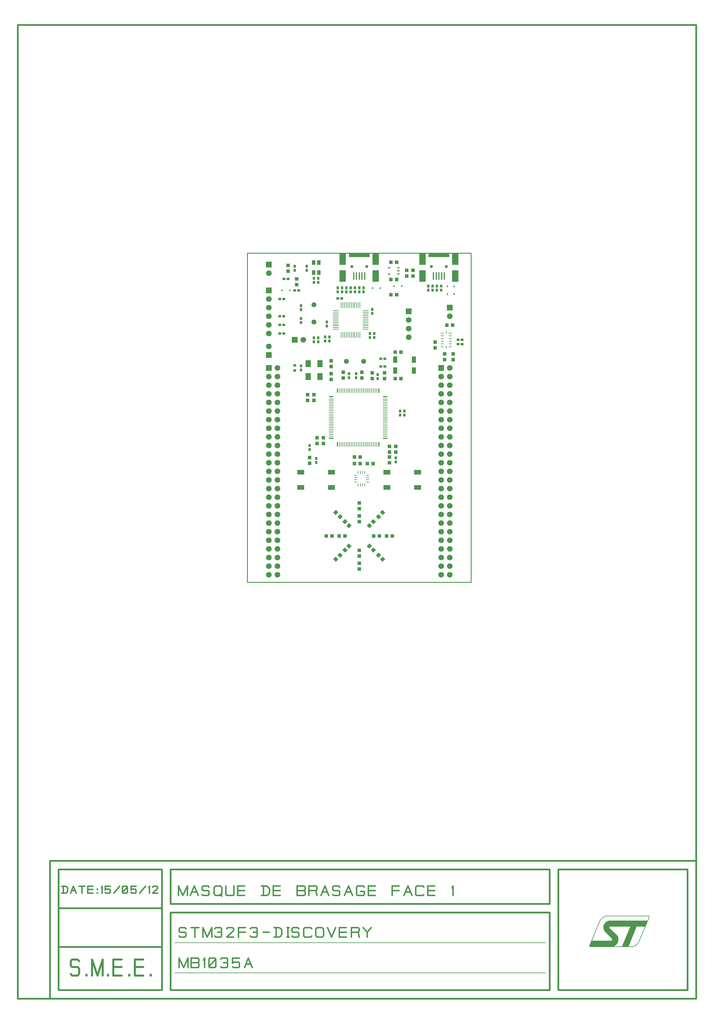
<source format=gbr>
G70*
%FSLAX55Y55*%
%ADD11C,0.01000*%
%ADD12C,0.00800*%
%ADD13C,0.02000*%
%ADD14R,0.04331X0.03937*%
%ADD15R,0.04724X0.07480*%
%ADD16R,0.02606X0.03306*%
%ADD17R,0.01969X0.01378*%
%ADD18O,0.06706X0.00619*%
%ADD19O,0.06706X0.00606*%
%ADD20O,0.00619X0.06706*%
%ADD21O,0.00606X0.06706*%
%ADD22R,0.06606X0.06606*%
%ADD23C,0.06606*%
%ADD24R,0.03937X0.04331*%
%ADD25R,0.03306X0.02606*%
%ADD26C,0.05806*%
%ADD27R,0.06606X0.06606*%
%ADD28R,0.05906X0.08268*%
%ADD29O,0.03346X0.00787*%
%ADD30O,0.00787X0.03346*%
%ADD31O,0.01206X0.05606*%
%ADD32O,0.00406X0.05606*%
%ADD33O,0.05606X0.01206*%
%ADD34O,0.05606X0.00406*%
%ADD35R,0.02606X0.01206*%
%ADD36R,0.01606X0.08661*%
%ADD37R,0.07480X0.13386*%
%ADD38R,0.24016X0.04331*%
%ADD39C,0.03543*%
%ADD40R,0.01378X0.01969*%
%ADD41R,0.08110X0.05591*%
%AMUSER42*
21, 1, 0.04331, 0.03937, 0.0, 0.0, 225.000*%
%ADD42USER42*%
%AMUSER43*
21, 1, 0.04331, 0.03937, 0.0, 0.0, 135.000*%
%ADD43USER43*%
%ADD44R,0.03606X0.03106*%
%ADD45R,0.03937X0.05512*%
%ADD46C,0.01500*%
%ADD47C,0.02480*%
%ADD48C,0.01575*%
D11*
X285882Y503057D02*
X545725Y503057D01*
X545725Y884947*
X285882Y884947*
X285882Y503057*
D12*
G36*
X685804Y86797D02*
X708758Y86807D01*
X709804Y88897*
X700804Y97897*
X699604Y100597*
X699604Y103897*
X699904Y105097*
X701104Y107197*
X702304Y108397*
X703804Y109297*
X705604Y109897*
X707704Y110197*
X750304Y110197*
X747904Y103897*
X747604Y103597*
X737704Y103597*
X728104Y80797*
X721204Y80797*
X730504Y102697*
X730504Y103597*
X706804Y103597*
X706204Y103297*
X705904Y102697*
X705904Y101797*
X706204Y101497*
X714904Y93097*
X715804Y91597*
X716104Y90097*
X716404Y89797*
X716404Y87097*
G75*
G02X711604Y80797I-08949J01839*
G01X683404Y80797*
X683404Y81397*
X685504Y86497*
X685804Y86797*
G37*
X708758Y86807*
X709804Y88897*
X700804Y97897*
X699604Y100597*
X699604Y103897*
X699904Y105097*
X701104Y107197*
X702304Y108397*
X703804Y109297*
X705604Y109897*
X707704Y110197*
X750304Y110197*
X747904Y103897*
X747604Y103597*
X737704Y103597*
X728104Y80797*
X721204Y80797*
X730504Y102697*
X730504Y103597*
X706804Y103597*
X706204Y103297*
X705904Y102697*
X705904Y101797*
X706204Y101497*
X714904Y93097*
X715804Y91597*
X716104Y90097*
X716404Y89797*
X716404Y87097*
G75*
G02X711604Y80797I-08949J01839*
G01X683404Y80797*
X683404Y81397*
X685504Y86497*
X685804Y86797*
X202051Y49689D02*
X632051Y49689D01*
D13*
X197051Y129689D02*
X637051Y129689D01*
X67050Y29689D02*
X187051Y29689D01*
D12*
X202051Y84689D02*
X632051Y84689D01*
D13*
X197051Y119689D02*
X637051Y119689D01*
D12*
X684004Y80197D02*
X683404Y80797D01*
X683404Y81397*
X695404Y110497*
G75*
G02X702004Y115597I08543J-04235*
G01X751804Y115597*
X752104Y115297*
X752104Y114097*
X740104Y85297*
G75*
G02X733504Y80197I-08825J04600*
G01X684004Y80197*
D13*
X637051Y129689D02*
X637051Y169689D01*
X57051Y179689D02*
X807051Y179689D01*
X67050Y124689D02*
X187051Y124689D01*
X67050Y169689D02*
X187051Y169689D01*
X197051Y169689D02*
X637051Y169689D01*
X197051Y29689D02*
X197051Y119689D01*
X197051Y129689D02*
X197051Y169689D01*
X67050Y29689D02*
X67050Y169689D01*
X637051Y29689D02*
X637051Y119689D01*
X647051Y169689D02*
X797051Y169689D01*
X647051Y29689D02*
X797051Y29689D01*
X19649Y19689D02*
X19649Y1149611D01*
X19649Y19689D02*
X807051Y19689D01*
X57051Y19689D02*
X57051Y179689D01*
X187051Y29689D02*
X187051Y169689D01*
X647051Y29689D02*
X647051Y169689D01*
X797051Y29689D02*
X797051Y169689D01*
X67050Y79689D02*
X187051Y79689D01*
X807051Y19689D02*
X807051Y1149611D01*
X197051Y29689D02*
X637051Y29689D01*
X19649Y1149611D02*
X807051Y1149611D01*
D14*
X514804Y761451D03*
X514804Y768144D03*
D15*
X457477Y748648D03*
X479130Y748648D03*
X479130Y761246D03*
X457477Y761246D03*
D16*
X395804Y844809D03*
X395804Y840085D03*
X348304Y809159D03*
X348304Y804435D03*
D14*
X524804Y761451D03*
X524804Y768144D03*
D17*
X326304Y841797D03*
X335304Y841797D03*
D18*
X388481Y818274D03*
D19*
X388481Y816305D03*
X388481Y814337D03*
X388481Y812368D03*
X388481Y810400D03*
X388481Y808431D03*
X388481Y806463D03*
X388481Y804494D03*
X388481Y802526D03*
X388481Y800557D03*
X388481Y798589D03*
D18*
X388481Y796620D03*
D20*
X394977Y790124D03*
D21*
X396945Y790124D03*
X398914Y790124D03*
X400882Y790124D03*
X402851Y790124D03*
X404819Y790124D03*
X406788Y790124D03*
X408756Y790124D03*
X410725Y790124D03*
X412693Y790124D03*
X414662Y790124D03*
D20*
X416630Y790124D03*
D18*
X423126Y796620D03*
D19*
X423126Y798589D03*
X423126Y800557D03*
X423126Y802526D03*
X423126Y804494D03*
X423126Y806463D03*
X423126Y808431D03*
X423126Y810400D03*
X423126Y812368D03*
X423126Y814337D03*
X423126Y816305D03*
D18*
X423127Y818274D03*
D20*
X416630Y824770D03*
D21*
X414662Y824770D03*
X412693Y824770D03*
X410725Y824770D03*
X408756Y824770D03*
X406788Y824770D03*
X404819Y824770D03*
X402851Y824770D03*
X400882Y824770D03*
X398914Y824770D03*
X396945Y824770D03*
D20*
X394977Y824770D03*
D22*
X310804Y841797D03*
D23*
X310804Y831797D03*
X310804Y821797D03*
X310804Y811797D03*
X310804Y801797D03*
X310804Y791797D03*
D14*
X445304Y746144D03*
X445304Y739451D03*
X503804Y774951D03*
X503804Y781644D03*
D16*
X365804Y646659D03*
X365804Y641935D03*
D14*
X355804Y720794D03*
X355804Y714101D03*
D16*
X348304Y819435D03*
X348304Y824159D03*
D24*
X416891Y640733D03*
X410198Y640733D03*
D25*
X395666Y832447D03*
X390941Y832447D03*
D14*
X358304Y640951D03*
X358304Y647644D03*
D26*
X363323Y804911D03*
X363323Y824911D03*
D25*
X323441Y801797D03*
X328166Y801797D03*
D22*
X310804Y871797D03*
D23*
X310804Y861797D03*
D16*
X420804Y844809D03*
X420804Y840085D03*
X390804Y844809D03*
X390804Y840085D03*
D24*
X416891Y648233D03*
X410198Y648233D03*
D16*
X415804Y844809D03*
X415804Y840085D03*
D25*
X323441Y811797D03*
X328166Y811797D03*
X535166Y779297D03*
X530441Y779297D03*
D16*
X430804Y819809D03*
X430804Y815085D03*
X458304Y642585D03*
X458304Y647309D03*
D27*
X340804Y784297D03*
D23*
X350804Y784297D03*
D24*
X457457Y769947D03*
X464150Y769947D03*
D25*
X323441Y831797D03*
X328166Y831797D03*
D14*
X430804Y739451D03*
X430804Y746144D03*
D28*
X370193Y756797D03*
X356414Y756797D03*
D16*
X405804Y844809D03*
X405804Y840085D03*
X410804Y844809D03*
X410804Y840085D03*
D25*
X440941Y762447D03*
X445666Y762447D03*
D16*
X400804Y844809D03*
X400804Y840085D03*
D25*
X323441Y791797D03*
X328166Y791797D03*
D14*
X450804Y660794D03*
X450804Y654101D03*
X333304Y864101D03*
X333304Y870794D03*
D25*
X328441Y854947D03*
X333166Y854947D03*
D16*
X348304Y754159D03*
X348304Y749435D03*
X358304Y656935D03*
X358304Y661659D03*
D14*
X363304Y720644D03*
X363304Y713951D03*
D29*
X521528Y776423D03*
X521528Y779573D03*
X521528Y782722D03*
X521528Y785872D03*
X521528Y789022D03*
X521528Y792171D03*
D30*
X516804Y792959D03*
D29*
X512079Y792171D03*
X512079Y789022D03*
X512079Y785872D03*
X512079Y782722D03*
X512079Y779573D03*
X512079Y776423D03*
D30*
X516804Y775636D03*
D25*
X340941Y841797D03*
X345666Y841797D03*
D14*
X450804Y648294D03*
X450804Y641601D03*
D22*
X310804Y751797D03*
D23*
X320804Y751797D03*
X310804Y741797D03*
X320804Y741797D03*
X310804Y731797D03*
X320804Y731797D03*
X310804Y721797D03*
X320804Y721797D03*
X310804Y711797D03*
X320804Y711797D03*
X310804Y701797D03*
X320804Y701797D03*
X310804Y691797D03*
X320804Y691797D03*
X310804Y681797D03*
X320804Y681797D03*
X310804Y671797D03*
X320804Y671797D03*
X310804Y661797D03*
X320804Y661797D03*
X310804Y651797D03*
X320804Y651797D03*
X310804Y641797D03*
X320804Y641797D03*
X310804Y631797D03*
X320804Y631797D03*
X310804Y621797D03*
X320804Y621797D03*
X310804Y611797D03*
X320804Y611797D03*
X310804Y601797D03*
X320804Y601797D03*
X310804Y591797D03*
X320804Y591797D03*
X310804Y581797D03*
X320804Y581797D03*
X310804Y571797D03*
X320804Y571797D03*
X310804Y561797D03*
X320804Y561797D03*
X310804Y551797D03*
X320804Y551797D03*
X310804Y541797D03*
X320804Y541797D03*
X310804Y531797D03*
X320804Y531797D03*
X310804Y521797D03*
X320804Y521797D03*
X310804Y511797D03*
X320804Y511797D03*
D14*
X383304Y760144D03*
X383304Y753451D03*
D22*
X473304Y817447D03*
D23*
X473304Y807447D03*
X473304Y797447D03*
X473304Y787447D03*
D22*
X310804Y766797D03*
D23*
X310804Y776797D03*
D24*
X517457Y801297D03*
X524150Y801297D03*
D14*
X383304Y745144D03*
X383304Y738451D03*
D29*
X411458Y627071D03*
X411458Y624512D03*
X411458Y621953D03*
X411458Y619394D03*
D30*
X414706Y616146D03*
X417265Y616146D03*
X419824Y616146D03*
X422383Y616146D03*
D29*
X425631Y619394D03*
X425631Y621953D03*
X425631Y624512D03*
X425631Y627071D03*
D30*
X422383Y630319D03*
X419824Y630319D03*
X417265Y630319D03*
X414706Y630319D03*
D16*
X340815Y865085D03*
X340815Y869809D03*
D22*
X510804Y751797D03*
D23*
X520804Y751797D03*
X510804Y741797D03*
X520804Y741797D03*
X510804Y731797D03*
X520804Y731797D03*
X510804Y721797D03*
X520804Y721797D03*
X510804Y711797D03*
X520804Y711797D03*
X510804Y701797D03*
X520804Y701797D03*
X510804Y691797D03*
X520804Y691797D03*
X510804Y681797D03*
X520804Y681797D03*
X510804Y671797D03*
X520804Y671797D03*
X510804Y661797D03*
X520804Y661797D03*
X510804Y651797D03*
X520804Y651797D03*
X510804Y641797D03*
X520804Y641797D03*
X510804Y631797D03*
X520804Y631797D03*
X510804Y621797D03*
X520804Y621797D03*
X510804Y611797D03*
X520804Y611797D03*
X510804Y601797D03*
X520804Y601797D03*
X510804Y591797D03*
X520804Y591797D03*
X510804Y581797D03*
X520804Y581797D03*
X510804Y571797D03*
X520804Y571797D03*
X510804Y561797D03*
X520804Y561797D03*
X510804Y551797D03*
X520804Y551797D03*
X510804Y541797D03*
X520804Y541797D03*
X510804Y531797D03*
X520804Y531797D03*
X510804Y521797D03*
X520804Y521797D03*
X510804Y511797D03*
X520804Y511797D03*
D31*
X438595Y725507D03*
D32*
X436233Y725507D03*
X434264Y725507D03*
X432296Y725507D03*
X430327Y725507D03*
X428359Y725507D03*
X426390Y725507D03*
X424421Y725507D03*
X422453Y725507D03*
X420484Y725507D03*
X418516Y725507D03*
X416547Y725507D03*
X414579Y725507D03*
X412610Y725507D03*
X410642Y725507D03*
X408673Y725507D03*
X406705Y725507D03*
X404736Y725507D03*
X402768Y725507D03*
X400799Y725507D03*
X398831Y725507D03*
X396862Y725507D03*
X394894Y725507D03*
X392925Y725507D03*
D31*
X390563Y725507D03*
D33*
X383280Y718223D03*
D34*
X383280Y715861D03*
X383280Y713893D03*
X383280Y711924D03*
X383280Y709956D03*
X383280Y707987D03*
X383280Y706019D03*
X383280Y704050D03*
X383280Y702081D03*
X383280Y700113D03*
X383280Y698144D03*
X383280Y696176D03*
X383280Y694207D03*
X383280Y692239D03*
X383280Y690270D03*
X383280Y688302D03*
X383280Y686333D03*
X383280Y684365D03*
X383280Y682396D03*
X383280Y680428D03*
X383280Y678459D03*
X383280Y676491D03*
X383280Y674522D03*
X383280Y672554D03*
D33*
X383280Y670192D03*
D31*
X390563Y662908D03*
D32*
X392925Y662908D03*
X394894Y662908D03*
X396862Y662908D03*
X398831Y662908D03*
X400799Y662908D03*
X402768Y662908D03*
X404736Y662908D03*
X406705Y662908D03*
X408673Y662908D03*
X410642Y662908D03*
X412610Y662908D03*
X414579Y662908D03*
X416547Y662908D03*
X418516Y662908D03*
X420484Y662908D03*
X422453Y662908D03*
X424421Y662908D03*
X426390Y662908D03*
X428359Y662908D03*
X430327Y662908D03*
X432296Y662908D03*
X434264Y662908D03*
X436233Y662908D03*
D31*
X438595Y662908D03*
D33*
X445878Y670192D03*
D34*
X445878Y672554D03*
X445878Y674522D03*
X445878Y676491D03*
X445878Y678459D03*
X445878Y680428D03*
X445878Y682396D03*
X445878Y684365D03*
X445878Y686333D03*
X445878Y688302D03*
X445878Y690270D03*
X445878Y692239D03*
X445878Y694207D03*
X445878Y696176D03*
X445878Y698144D03*
X445878Y700113D03*
X445878Y702081D03*
X445878Y704050D03*
X445878Y706019D03*
X445878Y707987D03*
X445878Y709956D03*
X445878Y711924D03*
X445878Y713893D03*
X445878Y715861D03*
D33*
X445878Y718223D03*
D22*
X520804Y821797D03*
D23*
X520804Y811797D03*
D24*
X452422Y836785D03*
X459115Y836785D03*
D35*
X461083Y860561D03*
X461083Y864301D03*
X461083Y868041D03*
X450453Y868041D03*
X450453Y860561D03*
D24*
X459115Y854285D03*
X452422Y854285D03*
D14*
X478304Y865144D03*
X478304Y858451D03*
D24*
X459115Y874317D03*
X452422Y874317D03*
D14*
X470792Y865144D03*
X470792Y858451D03*
D17*
X456276Y846774D03*
X465276Y846774D03*
D16*
X495804Y846659D03*
X495804Y841935D03*
X500804Y846659D03*
X500804Y841935D03*
X510804Y846659D03*
X510804Y841935D03*
X505804Y846659D03*
X505804Y841935D03*
D36*
X422092Y858470D03*
X418942Y858470D03*
X415792Y858470D03*
X412642Y858470D03*
X409492Y858470D03*
D37*
X396699Y858274D03*
X396699Y877959D03*
X434888Y858274D03*
X434888Y877959D03*
D38*
X415804Y882486D03*
D39*
X424442Y869297D03*
X407142Y869297D03*
D40*
X518304Y846297D03*
X518304Y837297D03*
D17*
X431304Y844297D03*
X440304Y844297D03*
D40*
X525804Y837297D03*
X525804Y846297D03*
D41*
X447890Y630655D03*
X483717Y630655D03*
X447890Y612939D03*
X483717Y612939D03*
X383717Y612939D03*
X347890Y612939D03*
X383717Y630655D03*
X347890Y630655D03*
D14*
X374304Y670644D03*
X374304Y663951D03*
D24*
X457457Y739297D03*
X464150Y739297D03*
D26*
X400767Y759277D03*
X420767Y759277D03*
D24*
X431891Y640733D03*
X425198Y640733D03*
D25*
X440941Y753297D03*
X445666Y753297D03*
D16*
X368304Y781935D03*
X368304Y786659D03*
D14*
X366804Y670644D03*
X366804Y663951D03*
X343304Y855144D03*
X343304Y848451D03*
D16*
X363304Y786659D03*
X363304Y781935D03*
X468304Y701659D03*
X468304Y696935D03*
D28*
X370193Y741797D03*
X356414Y741797D03*
D16*
X463304Y701659D03*
X463304Y696935D03*
X428304Y791659D03*
X428304Y786935D03*
D14*
X418804Y739951D03*
X418804Y746644D03*
D25*
X535166Y784297D03*
X530441Y784297D03*
D14*
X458304Y660644D03*
X458304Y653951D03*
D16*
X433304Y791659D03*
X433304Y786935D03*
X363304Y850935D03*
X363304Y855659D03*
X354804Y869659D03*
X354804Y864935D03*
X412304Y740435D03*
X412304Y745159D03*
X403804Y740435D03*
X403804Y745159D03*
X437304Y739435D03*
X437304Y744159D03*
X368308Y850911D03*
X368308Y855636D03*
X376304Y782935D03*
X376304Y787659D03*
X378304Y805159D03*
X378304Y800435D03*
D14*
X397304Y739951D03*
X397304Y746644D03*
D16*
X381304Y782935D03*
X381304Y787659D03*
D42*
X432312Y540289D03*
X427579Y545021D03*
D14*
X415804Y533451D03*
X415804Y540144D03*
D43*
X399295Y540289D03*
X404028Y545021D03*
D24*
X439150Y556797D03*
X432457Y556797D03*
X447457Y556797D03*
X454150Y556797D03*
D42*
X399295Y573306D03*
X404028Y568573D03*
D24*
X392457Y556797D03*
X399150Y556797D03*
D14*
X415804Y525144D03*
X415804Y518451D03*
D24*
X384150Y556797D03*
X377457Y556797D03*
D43*
X393421Y534415D03*
X388689Y529682D03*
D42*
X393421Y579180D03*
X388689Y583912D03*
X438186Y534415D03*
X442919Y529682D03*
D43*
X432312Y573306D03*
X427579Y568573D03*
X438186Y579180D03*
X442919Y583912D03*
D14*
X415804Y580144D03*
X415804Y573451D03*
X415804Y588451D03*
X415804Y595144D03*
D44*
X340804Y754797D03*
X340804Y748797D03*
D45*
X368756Y874203D03*
X368756Y862392D03*
X362851Y862392D03*
X362851Y874203D03*
D36*
X514592Y858470D03*
X511442Y858470D03*
X508292Y858470D03*
X505142Y858470D03*
X501992Y858470D03*
D37*
X489199Y858274D03*
X489199Y877959D03*
X527388Y858274D03*
X527388Y877959D03*
D38*
X508304Y882486D03*
D39*
X516942Y869297D03*
X499642Y869297D03*
D46*
X70604Y140307D02*
X70604Y150307*
X74771Y150307D01*
X76437Y149473*
X77271Y147807*
X77271Y144890*
X76437Y143223*
X74771Y142390*
X70604Y142390*
X72271Y142390D02*
X72271Y150307D01*
X80604Y142390D02*
X83937Y150307D01*
X87270Y142390*
X81854Y145307D02*
X86020Y145307D01*
X90603Y150307D02*
X97270Y150307D01*
X93937Y150307D02*
X93937Y142390D01*
X106436Y142390D02*
X100603Y142390D01*
X100603Y150307*
X106436Y150307*
X106436Y146557D02*
X100603Y146557D01*
X111853Y142390D02*
X111644Y142390D01*
X111644Y142807*
X111853Y142807*
X111853Y142390*
X111853Y146557D02*
X111644Y146557D01*
X111644Y146973*
X111853Y146973*
X111853Y146557*
D47*
X80804Y41797D02*
X80804Y48687*
X82182Y46718D01*
X89071Y46718*
X90449Y48687*
X90449Y54592*
X89071Y56561*
X82182Y56561*
X80804Y58529*
X80804Y63451*
X82182Y65419*
X89071Y65419*
X90449Y63451*
X99406Y46718D02*
X99062Y46718D01*
X99062Y47703*
X99406Y47703*
X99406Y46718*
X105607Y46718D02*
X105607Y65419D01*
X111808Y46718*
X118008Y65419*
X118008Y46718*
X124209Y46718D02*
X123865Y46718D01*
X123865Y47703*
X124209Y47703*
X124209Y46718*
X140056Y46718D02*
X130410Y46718D01*
X130410Y65419*
X140056Y65419*
X140056Y56561D02*
X130410Y56561D01*
X149012Y46718D02*
X148668Y46718D01*
X148668Y47703*
X149012Y47703*
X149012Y46718*
X164859Y46718D02*
X155213Y46718D01*
X155213Y65419*
X164859Y65419*
X164859Y56561D02*
X155213Y56561D01*
X173815Y46718D02*
X173471Y46718D01*
X173471Y47703*
X173815Y47703*
X173815Y46718*
D46*
X115880Y140307D02*
X117338Y142390*
X117338Y150307D01*
X116505Y148640*
X120879Y143223D02*
X121713Y142390D01*
X125879Y142390*
X126713Y143223*
X126713Y146140*
X125879Y146973*
X121713Y146973*
X120879Y146140*
X120879Y150307*
X126713Y150307*
X130879Y142390D02*
X137546Y150307D01*
X146712Y143223D02*
X145879Y142390D01*
X141712Y142390*
X140879Y143223*
X140879Y149473*
X141712Y150307*
X145879Y150307*
X146712Y149473*
X146712Y143223*
X140879Y143223D02*
X146712Y149473D01*
X150878Y143223D02*
X151712Y142390D01*
X155878Y142390*
X156712Y143223*
X156712Y146140*
X155878Y146973*
X151712Y146973*
X150878Y146140*
X150878Y150307*
X156712Y150307*
X160878Y142390D02*
X167545Y150307D01*
X172336Y142390D02*
X172336Y150307D01*
X171503Y148640*
X175878Y149473D02*
X176711Y150307D01*
X180878Y150307*
X181711Y149473*
X181711Y147807*
X180878Y146973*
X175878Y142390*
X181711Y142390*
D48*
X206657Y53154D02*
X206657Y56025*
X206657Y66934D01*
X211824Y56025*
X216992Y66934*
X216992Y56025*
X220436Y56025D02*
X220436Y66934D01*
X228474Y66934*
X229623Y65785*
X229623Y62914*
X228474Y61766*
X220436Y61766D02*
X228474Y61766D01*
X229623Y60618*
X229623Y57173*
X228474Y56025*
X220436Y56025*
X236225Y56025D02*
X236225Y66934D01*
X235077Y64637*
X249143Y57173D02*
X247995Y56025D01*
X242253Y56025*
X241105Y57173*
X241105Y65785*
X242253Y66934*
X247995Y66934*
X249143Y65785*
X249143Y57173*
X241105Y57173D02*
X249143Y65785D01*
X254884Y65785D02*
X256033Y66934D01*
X261774Y66934*
X262922Y65785*
X262922Y62914*
X261774Y61766*
X258329Y61766*
X261774Y61766*
X262922Y60618*
X262922Y57747*
X261774Y56025*
X256033Y56025*
X254884Y57173*
X268664Y57173D02*
X269812Y56025D01*
X275553Y56025*
X276702Y57173*
X276702Y61192*
X275553Y62340*
X269812Y62340*
X268664Y61192*
X268664Y66934*
X276702Y66934*
X282443Y56025D02*
X287036Y66934D01*
X291629Y56025*
X284165Y60044D02*
X289907Y60044D01*
X206657Y88587D02*
X206657Y92606*
X207805Y91458D01*
X213547Y91458*
X214695Y92606*
X214695Y96051*
X213547Y97199*
X207805Y97199*
X206657Y98348*
X206657Y101218*
X207805Y102367*
X213547Y102367*
X214695Y101218*
X220436Y102367D02*
X229623Y102367D01*
X225029Y102367D02*
X225029Y91458D01*
X234216Y91458D02*
X234216Y102367D01*
X239383Y91458*
X244550Y102367*
X244550Y91458*
X247995Y101218D02*
X249143Y102367D01*
X254884Y102367*
X256033Y101218*
X256033Y98348*
X254884Y97199*
X251440Y97199*
X254884Y97199*
X256033Y96051*
X256033Y93180*
X254884Y91458*
X249143Y91458*
X247995Y92606*
X261774Y101218D02*
X262922Y102367D01*
X268664Y102367*
X269812Y101218*
X269812Y98922*
X268664Y97773*
X261774Y91458*
X269812Y91458*
X275553Y91458D02*
X275553Y102367D01*
X283591Y102367*
X283591Y97199D02*
X275553Y97199D01*
X289332Y101218D02*
X290481Y102367D01*
X296222Y102367*
X297370Y101218*
X297370Y98348*
X296222Y97199*
X292777Y97199*
X296222Y97199*
X297370Y96051*
X297370Y93180*
X296222Y91458*
X290481Y91458*
X289332Y92606*
X304260Y97199D02*
X311150Y97199D01*
X316891Y102367D02*
X322632Y102367D01*
X324929Y101218*
X326077Y98922*
X326077Y94903*
X324929Y92606*
X322632Y91458*
X316891Y91458*
X319187Y91458D02*
X319187Y102367D01*
X332967Y91458D02*
X332967Y102367D01*
X331818Y91458D02*
X334115Y91458D01*
X331818Y102367D02*
X334115Y102367D01*
X337560Y92606D02*
X338708Y91458D01*
X344449Y91458*
X345598Y92606*
X345598Y96051*
X344449Y97199*
X338708Y97199*
X337560Y98348*
X337560Y101218*
X338708Y102367*
X344449Y102367*
X345598Y101218*
X360525Y92606D02*
X359377Y91458D01*
X352487Y91458*
X351339Y92606*
X351339Y101218*
X352487Y102367*
X359377Y102367*
X360525Y101218*
X374304Y93180D02*
X372582Y91458D01*
X366840Y91458*
X365118Y93180*
X365118Y100644*
X366840Y102367*
X372582Y102367*
X374304Y100644*
X374304Y93180*
X378897Y102367D02*
X383490Y91458D01*
X388084Y102367*
X400714Y91458D02*
X392676Y91458D01*
X392676Y102367*
X400714Y102367*
X400714Y97199D02*
X392676Y97199D01*
X406456Y91458D02*
X406456Y102367D01*
X414494Y102367*
X415642Y101218*
X415642Y98348*
X414494Y97199*
X406456Y97199*
X413345Y97199D02*
X414494Y97199D01*
X415642Y91458*
X420235Y102367D02*
X424828Y97199D01*
X429421Y102367*
X424828Y97199D02*
X424828Y91458D01*
X205804Y136797D02*
X205804Y139668*
X205804Y150577D01*
X210971Y139668*
X216138Y150577*
X216138Y139668*
X219583Y139668D02*
X224176Y150577D01*
X228769Y139668*
X221305Y143687D02*
X227047Y143687D01*
X233362Y140816D02*
X234510Y139668D01*
X240252Y139668*
X241400Y140816*
X241400Y144261*
X240252Y145409*
X234510Y145409*
X233362Y146558*
X233362Y149428*
X234510Y150577*
X240252Y150577*
X241400Y149428*
X256328Y141964D02*
X254605Y139668D01*
X248864Y139668*
X247141Y141390*
X247141Y148854*
X248864Y150577*
X254605Y150577*
X256328Y148854*
X256328Y141390*
X254031Y140816D02*
X256328Y139094D01*
X260921Y150577D02*
X260921Y140816D01*
X262069Y139668*
X268959Y139668*
X270107Y140816*
X270107Y150577*
X282738Y139668D02*
X274700Y139668D01*
X274700Y150577*
X282738Y150577*
X282738Y145409D02*
X274700Y145409D01*
X297665Y136797D02*
X302258Y150577*
X308000Y150577D01*
X310296Y149428*
X311444Y147132*
X311444Y143113*
X310296Y140816*
X308000Y139668*
X302258Y139668*
X304555Y139668D02*
X304555Y150577D01*
X324075Y139668D02*
X316037Y139668D01*
X316037Y150577*
X324075Y150577*
X324075Y145409D02*
X316037Y145409D01*
X339003Y136797D02*
X343596Y139668*
X343596Y150577D01*
X351634Y150577*
X352782Y149428*
X352782Y146558*
X351634Y145409*
X343596Y145409D02*
X351634Y145409D01*
X352782Y144261*
X352782Y140816*
X351634Y139668*
X343596Y139668*
X357375Y139668D02*
X357375Y150577D01*
X365413Y150577*
X366561Y149428*
X366561Y146558*
X365413Y145409*
X357375Y145409*
X364265Y145409D02*
X365413Y145409D01*
X366561Y139668*
X371154Y139668D02*
X375747Y150577D01*
X380341Y139668*
X372877Y143687D02*
X378618Y143687D01*
X384933Y140816D02*
X386082Y139668D01*
X391823Y139668*
X392971Y140816*
X392971Y144261*
X391823Y145409*
X386082Y145409*
X384933Y146558*
X384933Y149428*
X386082Y150577*
X391823Y150577*
X392971Y149428*
X398713Y139668D02*
X403306Y150577D01*
X407899Y139668*
X400435Y143687D02*
X406177Y143687D01*
X417085Y144261D02*
X421678Y144261D01*
X421678Y140816*
X420530Y139668*
X413640Y139668*
X412492Y140816*
X412492Y149428*
X413640Y150577*
X420530Y150577*
X421678Y149428*
X434309Y139668D02*
X426271Y139668D01*
X426271Y150577*
X434309Y150577*
X434309Y145409D02*
X426271Y145409D01*
X449237Y136797D02*
X453829Y139668*
X453829Y150577D01*
X461868Y150577*
X461868Y145409D02*
X453829Y145409D01*
X467609Y139668D02*
X472202Y150577D01*
X476795Y139668*
X469331Y143687D02*
X475073Y143687D01*
X490574Y140816D02*
X489426Y139668D01*
X482536Y139668*
X481388Y140816*
X481388Y149428*
X482536Y150577*
X489426Y150577*
X490574Y149428*
X503205Y139668D02*
X495167Y139668D01*
X495167Y150577*
X503205Y150577*
X503205Y145409D02*
X495167Y145409D01*
X518133Y136797D02*
X524735Y139668*
X524735Y150577D01*
X523587Y148280*
M02*

</source>
